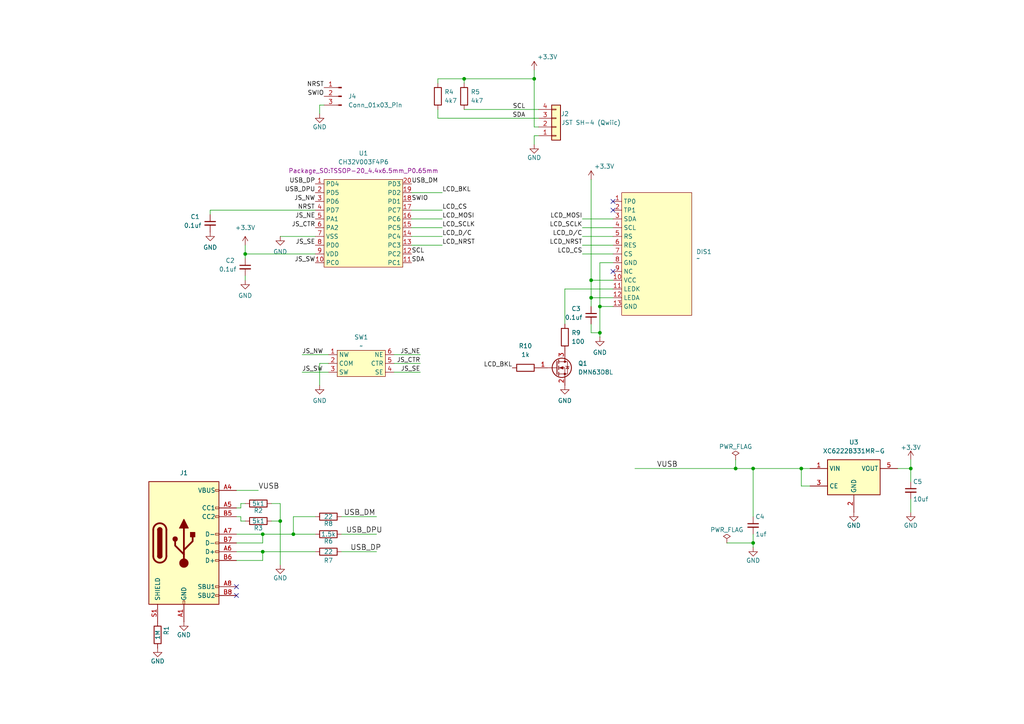
<source format=kicad_sch>
(kicad_sch (version 20231120) (generator "eeschema") (generator_version "8.0")
  (paper "A4")
  (title_block (date "2025-05-12") (rev "V0.2"))
  (lib_symbols
    (symbol "Connector:Conn_01x03_Pin" (pin_names (offset 1.016) hide)
      (property "Reference" "J" (at 0 5.08 0))
      (property "Value" "Conn_01x03_Pin" (at 0 -5.08 0))
      (symbol "Conn_01x03_Pin_1_1"
        (polyline (pts (xy 1.27 -2.54) (xy 0.8636 -2.54)) (stroke (width 0.1524)))
        (polyline (pts (xy 1.27 0) (xy 0.8636 0)) (stroke (width 0.1524)))
        (polyline (pts (xy 1.27 2.54) (xy 0.8636 2.54)) (stroke (width 0.1524)))
        (rectangle (start 0.8636 -2.413) (end 0 -2.667) (stroke (width 0.1524)) (fill (type outline)))
        (rectangle (start 0.8636 0.127) (end 0 -0.127) (stroke (width 0.1524)) (fill (type outline)))
        (rectangle (start 0.8636 2.667) (end 0 2.413) (stroke (width 0.1524)) (fill (type outline)))
        (pin passive line (at 5.08 2.54 180) (length 3.81) (name "Pin_1") (number "1"))
        (pin passive line (at 5.08 0 180) (length 3.81) (name "Pin_2") (number "2"))
        (pin passive line (at 5.08 -2.54 180) (length 3.81) (name "Pin_3") (number "3"))
      )
    )
    (symbol "Connector:USB_C_Receptacle_USB2.0_16P" (pin_names (offset 1.016))
      (property "Reference" "J" (at 0 22.225 0))
      (property "Value" "USB_C_Receptacle_USB2.0_16P" (at 0 19.685 0))
      (symbol "USB_C_Receptacle_USB2.0_16P_0_0"
        (rectangle (start -0.254 -17.78) (end 0.254 -16.764))
        (rectangle (start 10.16 -14.986) (end 9.144 -15.494))
        (rectangle (start 10.16 -12.446) (end 9.144 -12.954))
        (rectangle (start 10.16 -4.826) (end 9.144 -5.334))
        (rectangle (start 10.16 -2.286) (end 9.144 -2.794))
        (rectangle (start 10.16 0.254) (end 9.144 -0.254))
        (rectangle (start 10.16 2.794) (end 9.144 2.286))
        (rectangle (start 10.16 7.874) (end 9.144 7.366))
        (rectangle (start 10.16 10.414) (end 9.144 9.906))
        (rectangle (start 10.16 15.494) (end 9.144 14.986))
      )
      (symbol "USB_C_Receptacle_USB2.0_16P_0_1"
        (rectangle (start -10.16 17.78) (end 10.16 -17.78) (stroke (width 0.254)) (fill (type background)))
        (arc (start -8.89 -3.81) (mid -6.985 -5.7067) (end -5.08 -3.81) (stroke (width 0.508)))
        (arc (start -7.62 -3.81) (mid -6.985 -4.4423) (end -6.35 -3.81) (stroke (width 0.254)))
        (arc (start -7.62 -3.81) (mid -6.985 -4.4423) (end -6.35 -3.81) (stroke (width 0.254)) (fill (type outline)))
        (rectangle (start -7.62 -3.81) (end -6.35 3.81) (stroke (width 0.254)) (fill (type outline)))
        (arc (start -6.35 3.81) (mid -6.985 4.4423) (end -7.62 3.81) (stroke (width 0.254)))
        (arc (start -6.35 3.81) (mid -6.985 4.4423) (end -7.62 3.81) (stroke (width 0.254)) (fill (type outline)))
        (arc (start -5.08 3.81) (mid -6.985 5.7067) (end -8.89 3.81) (stroke (width 0.508)))
        (circle (center -2.54 1.143) (radius 0.635) (stroke (width 0.254)) (fill (type outline)))
        (circle (center 0 -5.842) (radius 1.27) (fill (type outline)))
        (polyline (pts (xy -8.89 -3.81) (xy -8.89 3.81)) (stroke (width 0.508)))
        (polyline (pts (xy -5.08 3.81) (xy -5.08 -3.81)) (stroke (width 0.508)))
        (polyline (pts (xy 0 -5.842) (xy 0 4.318)) (stroke (width 0.508)))
        (polyline (pts (xy 0 -3.302) (xy -2.54 -0.762) (xy -2.54 0.508)) (stroke (width 0.508)))
        (polyline (pts (xy 0 -2.032) (xy 2.54 0.508) (xy 2.54 1.778)) (stroke (width 0.508)))
        (polyline (pts (xy -1.27 4.318) (xy 0 6.858) (xy 1.27 4.318) (xy -1.27 4.318)) (stroke (width 0.254)) (fill (type outline)))
        (rectangle (start 1.905 1.778) (end 3.175 3.048) (stroke (width 0.254)) (fill (type outline)))
      )
      (symbol "USB_C_Receptacle_USB2.0_16P_1_1"
        (pin passive line (at 0 -22.86 90) (length 5.08) (name "GND") (number "A1"))
        (pin passive line (at 0 -22.86 90) (length 5.08) hide (name "GND") (number "A12"))
        (pin passive line (at 15.24 15.24 180) (length 5.08) (name "VBUS") (number "A4"))
        (pin bidirectional line (at 15.24 10.16 180) (length 5.08) (name "CC1") (number "A5"))
        (pin bidirectional line (at 15.24 -2.54 180) (length 5.08) (name "D+") (number "A6"))
        (pin bidirectional line (at 15.24 2.54 180) (length 5.08) (name "D-") (number "A7"))
        (pin bidirectional line (at 15.24 -12.7 180) (length 5.08) (name "SBU1") (number "A8"))
        (pin passive line (at 15.24 15.24 180) (length 5.08) hide (name "VBUS") (number "A9"))
        (pin passive line (at 0 -22.86 90) (length 5.08) hide (name "GND") (number "B1"))
        (pin passive line (at 0 -22.86 90) (length 5.08) hide (name "GND") (number "B12"))
        (pin passive line (at 15.24 15.24 180) (length 5.08) hide (name "VBUS") (number "B4"))
        (pin bidirectional line (at 15.24 7.62 180) (length 5.08) (name "CC2") (number "B5"))
        (pin bidirectional line (at 15.24 -5.08 180) (length 5.08) (name "D+") (number "B6"))
        (pin bidirectional line (at 15.24 0 180) (length 5.08) (name "D-") (number "B7"))
        (pin bidirectional line (at 15.24 -15.24 180) (length 5.08) (name "SBU2") (number "B8"))
        (pin passive line (at 15.24 15.24 180) (length 5.08) hide (name "VBUS") (number "B9"))
        (pin passive line (at -7.62 -22.86 90) (length 5.08) (name "SHIELD") (number "S1"))
      )
    )
    (symbol "Connector_Generic:Conn_01x04" (pin_names (offset 1.016) hide)
      (property "Reference" "J" (at 0 5.08 0))
      (property "Value" "Conn_01x04" (at 0 -7.62 0))
      (symbol "Conn_01x04_1_1"
        (rectangle (start -1.27 -4.953) (end 0 -5.207) (stroke (width 0.1524)))
        (rectangle (start -1.27 -2.413) (end 0 -2.667) (stroke (width 0.1524)))
        (rectangle (start -1.27 0.127) (end 0 -0.127) (stroke (width 0.1524)))
        (rectangle (start -1.27 2.667) (end 0 2.413) (stroke (width 0.1524)))
        (rectangle (start -1.27 3.81) (end 1.27 -6.35) (stroke (width 0.254)) (fill (type background)))
        (pin passive line (at -5.08 2.54 0) (length 3.81) (name "Pin_1") (number "1"))
        (pin passive line (at -5.08 0 0) (length 3.81) (name "Pin_2") (number "2"))
        (pin passive line (at -5.08 -2.54 0) (length 3.81) (name "Pin_3") (number "3"))
        (pin passive line (at -5.08 -5.08 0) (length 3.81) (name "Pin_4") (number "4"))
      )
    )
    (symbol "Device:C_Small" (pin_numbers hide) (pin_names (offset 0.254) hide)
      (property "Reference" "C" (at 0.254 1.778 0))
      (property "Value" "C_Small" (at 0.254 -2.032 0))
      (symbol "C_Small_0_1"
        (polyline (pts (xy -1.524 -0.508) (xy 1.524 -0.508)) (stroke (width 0.3302)))
        (polyline (pts (xy -1.524 0.508) (xy 1.524 0.508)) (stroke (width 0.3048)))
      )
      (symbol "C_Small_1_1"
        (pin passive line (at 0 2.54 270) (length 2.032) (name "~") (number "1"))
        (pin passive line (at 0 -2.54 90) (length 2.032) (name "~") (number "2"))
      )
    )
    (symbol "Device:Q_NMOS_GSD" (pin_names (offset 0) hide)
      (property "Reference" "Q" (at 5.08 1.27 0))
      (property "Value" "Q_NMOS_GSD" (at 5.08 -1.27 0))
      (symbol "Q_NMOS_GSD_0_1"
        (polyline (pts (xy 0.254 0) (xy -2.54 0)))
        (polyline (pts (xy 0.254 1.905) (xy 0.254 -1.905)) (stroke (width 0.254)))
        (polyline (pts (xy 0.762 -1.27) (xy 0.762 -2.286)) (stroke (width 0.254)))
        (polyline (pts (xy 0.762 0.508) (xy 0.762 -0.508)) (stroke (width 0.254)))
        (polyline (pts (xy 0.762 2.286) (xy 0.762 1.27)) (stroke (width 0.254)))
        (polyline (pts (xy 2.54 2.54) (xy 2.54 1.778)))
        (polyline (pts (xy 2.54 -2.54) (xy 2.54 0) (xy 0.762 0)))
        (polyline (pts (xy 0.762 -1.778) (xy 3.302 -1.778) (xy 3.302 1.778) (xy 0.762 1.778)))
        (polyline (pts (xy 1.016 0) (xy 2.032 0.381) (xy 2.032 -0.381) (xy 1.016 0)) (fill (type outline)))
        (polyline (pts (xy 2.794 0.508) (xy 2.921 0.381) (xy 3.683 0.381) (xy 3.81 0.254)))
        (polyline (pts (xy 3.302 0.381) (xy 2.921 -0.254) (xy 3.683 -0.254) (xy 3.302 0.381)))
        (circle (center 1.651 0) (radius 2.794) (stroke (width 0.254)))
        (circle (center 2.54 -1.778) (radius 0.254) (fill (type outline)))
        (circle (center 2.54 1.778) (radius 0.254) (fill (type outline)))
      )
      (symbol "Q_NMOS_GSD_1_1"
        (pin input line (at -5.08 0 0) (length 2.54) (name "G") (number "1"))
        (pin passive line (at 2.54 -5.08 90) (length 2.54) (name "S") (number "2"))
        (pin passive line (at 2.54 5.08 270) (length 2.54) (name "D") (number "3"))
      )
    )
    (symbol "Device:R" (pin_numbers hide) (pin_names (offset 0))
      (property "Reference" "R" (at 2.032 0 90))
      (property "Value" "R" (at 0 0 90))
      (symbol "R_0_1"
        (rectangle (start -1.016 -2.54) (end 1.016 2.54) (stroke (width 0.254)))
      )
      (symbol "R_1_1"
        (pin passive line (at 0 3.81 270) (length 1.27) (name "~") (number "1"))
        (pin passive line (at 0 -3.81 90) (length 1.27) (name "~") (number "2"))
      )
    )
    (symbol "EMEB:0.96_IPS_TFT_LCD"
      (property "Reference" "DIS" (at 0 0 0))
      (symbol "0.96_IPS_TFT_LCD_1_1"
        (rectangle (start -10.16 17.78) (end 10.16 -17.78) (fill (type background)))
        (pin passive line (at -12.7 15.24 0) (length 2.54) (name "TP0") (number "1"))
        (pin power_in line (at -12.7 -7.62 0) (length 2.54) (name "VCC") (number "10"))
        (pin passive line (at -12.7 -10.16 0) (length 2.54) (name "LEDK") (number "11"))
        (pin passive line (at -12.7 -12.7 0) (length 2.54) (name "LEDA") (number "12"))
        (pin power_in line (at -12.7 -15.24 0) (length 2.54) (name "GND") (number "13"))
        (pin passive line (at -12.7 12.7 0) (length 2.54) (name "TP1") (number "2"))
        (pin input line (at -12.7 10.16 0) (length 2.54) (name "SDA") (number "3"))
        (pin input line (at -12.7 7.62 0) (length 2.54) (name "SCL") (number "4"))
        (pin input line (at -12.7 5.08 0) (length 2.54) (name "RS") (number "5"))
        (pin input line (at -12.7 2.54 0) (length 2.54) (name "RES") (number "6"))
        (pin input line (at -12.7 0 0) (length 2.54) (name "CS") (number "7"))
        (pin power_in line (at -12.7 -2.54 0) (length 2.54) (name "GND") (number "8"))
        (pin passive line (at -12.7 -5.08 0) (length 2.54) (name "NC") (number "9"))
      )
    )
    (symbol "EMEB:CH32V003F4P6"
      (property "Reference" "U" (at 0 -2.54 0))
      (property "Value" "CH32V003F4P6" (at 0 0 0))
      (property "Footprint" "Package_SO:TSSOP-20_4.4x5mm_P0.5mm" (at 0 -16.51 0))
      (symbol "CH32V003F4P6_0_1"
        (rectangle (start -11.43 12.7) (end 11.43 -12.7) (fill (type background)))
      )
      (symbol "CH32V003F4P6_1_1"
        (pin bidirectional line (at -13.97 11.43 0) (length 2.54) (name "PD4") (number "1"))
        (pin bidirectional line (at -13.97 -11.43 0) (length 2.54) (name "PC0") (number "10"))
        (pin bidirectional line (at 13.97 -11.43 180) (length 2.54) (name "PC1") (number "11"))
        (pin bidirectional line (at 13.97 -8.89 180) (length 2.54) (name "PC2") (number "12"))
        (pin bidirectional line (at 13.97 -6.35 180) (length 2.54) (name "PC3") (number "13"))
        (pin bidirectional line (at 13.97 -3.81 180) (length 2.54) (name "PC4") (number "14"))
        (pin bidirectional line (at 13.97 -1.27 180) (length 2.54) (name "PC5") (number "15"))
        (pin bidirectional line (at 13.97 1.27 180) (length 2.54) (name "PC6") (number "16"))
        (pin bidirectional line (at 13.97 3.81 180) (length 2.54) (name "PC7") (number "17"))
        (pin bidirectional line (at 13.97 6.35 180) (length 2.54) (name "PD1") (number "18"))
        (pin bidirectional line (at 13.97 8.89 180) (length 2.54) (name "PD2") (number "19"))
        (pin bidirectional line (at -13.97 8.89 0) (length 2.54) (name "PD5") (number "2"))
        (pin bidirectional line (at 13.97 11.43 180) (length 2.54) (name "PD3") (number "20"))
        (pin bidirectional line (at -13.97 6.35 0) (length 2.54) (name "PD6") (number "3"))
        (pin bidirectional line (at -13.97 3.81 0) (length 2.54) (name "PD7") (number "4"))
        (pin bidirectional line (at -13.97 1.27 0) (length 2.54) (name "PA1") (number "5"))
        (pin bidirectional line (at -13.97 -1.27 0) (length 2.54) (name "PA2") (number "6"))
        (pin power_in line (at -13.97 -3.81 0) (length 2.54) (name "VSS") (number "7"))
        (pin bidirectional line (at -13.97 -6.35 0) (length 2.54) (name "PD0") (number "8"))
        (pin power_in line (at -13.97 -8.89 0) (length 2.54) (name "VDD") (number "9"))
      )
    )
    (symbol "EMEB:nav_5way"
      (property "Reference" "SW" (at -0.254 5.334 0))
      (symbol "nav_5way_1_1"
        (rectangle (start -7.62 3.81) (end 6.35 -3.81) (fill (type background)))
        (pin passive line (at -10.16 2.54 0) (length 2.54) (name "NW") (number "1"))
        (pin passive line (at -10.16 0 0) (length 2.54) (name "COM") (number "2"))
        (pin passive line (at -10.16 -2.54 0) (length 2.54) (name "SW") (number "3"))
        (pin passive line (at 8.89 -2.54 180) (length 2.54) (name "SE") (number "4"))
        (pin passive line (at 8.89 0 180) (length 2.54) (name "CTR") (number "5"))
        (pin passive line (at 8.89 2.54 180) (length 2.54) (name "NE") (number "6"))
      )
    )
    (symbol "Regulator_Linear:XC6210B332MR"
      (property "Reference" "U" (at 0 8.89 0))
      (property "Value" "XC6210B332MR" (at 0 6.35 0))
      (symbol "XC6210B332MR_0_1"
        (rectangle (start -7.62 5.08) (end 7.62 -5.08) (stroke (width 0.254)) (fill (type background)))
      )
      (symbol "XC6210B332MR_1_1"
        (pin power_in line (at -12.7 2.54 0) (length 5.08) (name "VIN") (number "1"))
        (pin power_in line (at 0 -10.16 90) (length 5.08) (name "GND") (number "2"))
        (pin input line (at -12.7 -2.54 0) (length 5.08) (name "CE") (number "3"))
        (pin no_connect line (at 7.62 -2.54 180) (length 5.08) hide (name "NC") (number "4"))
        (pin power_out line (at 12.7 2.54 180) (length 5.08) (name "VOUT") (number "5"))
      )
    )
    (symbol "power:+3.3V" (power) (pin_numbers hide) (pin_names (offset 0) hide)
      (property "Value" "+3.3V" (at 0 3.556 0))
      (symbol "+3.3V_0_1"
        (polyline (pts (xy -0.762 1.27) (xy 0 2.54)))
        (polyline (pts (xy 0 0) (xy 0 2.54)))
        (polyline (pts (xy 0 2.54) (xy 0.762 1.27)))
      )
      (symbol "+3.3V_1_1"
        (pin power_in line (at 0 0 90) (length 0) (name "~") (number "1"))
      )
    )
    (symbol "power:GND" (power) (pin_numbers hide) (pin_names (offset 0) hide)
      (property "Value" "GND" (at 0 -3.81 0))
      (symbol "GND_0_1"
        (polyline (pts (xy 0 0) (xy 0 -1.27) (xy 1.27 -1.27) (xy 0 -2.54) (xy -1.27 -1.27) (xy 0 -1.27)))
      )
      (symbol "GND_1_1"
        (pin power_in line (at 0 0 270) (length 0) (name "~") (number "1"))
      )
    )
    (symbol "power:PWR_FLAG" (power) (pin_numbers hide) (pin_names (offset 0) hide)
      (property "Value" "PWR_FLAG" (at 0 3.81 0))
      (symbol "PWR_FLAG_0_0"
        (pin power_out line (at 0 0 90) (length 0) (name "~") (number "1"))
      )
      (symbol "PWR_FLAG_0_1"
        (polyline (pts (xy 0 0) (xy 0 1.27) (xy -1.016 1.905) (xy 0 2.54) (xy 1.016 1.905) (xy 0 1.27)))
      )
    )
  )
  (junction (at 76.2 160.02))
  (junction (at 218.44 135.89))
  (junction (at 81.28 151.13))
  (junction (at 232.41 135.89))
  (junction (at 173.99 88.9))
  (junction (at 264.16 135.89))
  (junction (at 218.44 157.48))
  (junction (at 171.45 86.36))
  (junction (at 85.09 154.94))
  (junction (at 76.2 154.94))
  (junction (at 171.45 81.28))
  (junction (at 154.94 22.86))
  (junction (at 71.12 73.66))
  (junction (at 213.36 135.89))
  (junction (at 134.62 22.86))
  (junction (at 173.99 96.52))
  (no_connect (at 68.58 172.72))
  (no_connect (at 177.8 78.74))
  (no_connect (at 177.8 58.42))
  (no_connect (at 177.8 60.96))
  (no_connect (at 68.58 170.18))
  (wire (pts (xy 171.45 81.28) (xy 171.45 52.07)))
  (wire (pts (xy 71.12 73.66) (xy 71.12 74.93)))
  (wire (pts (xy 114.3 105.41) (xy 121.92 105.41)))
  (wire (pts (xy 91.44 60.96) (xy 60.96 60.96)))
  (wire (pts (xy 168.91 73.66) (xy 177.8 73.66)))
  (wire (pts (xy 68.58 154.94) (xy 76.2 154.94)))
  (wire (pts (xy 99.06 160.02) (xy 109.22 160.02)))
  (wire (pts (xy 173.99 96.52) (xy 173.99 97.79)))
  (wire (pts (xy 87.63 107.95) (xy 95.25 107.95)))
  (wire (pts (xy 69.85 151.13) (xy 71.12 151.13)))
  (wire (pts (xy 69.85 146.05) (xy 71.12 146.05)))
  (wire (pts (xy 134.62 22.86) (xy 134.62 24.13)))
  (wire (pts (xy 81.28 146.05) (xy 81.28 151.13)))
  (wire (pts (xy 213.36 135.89) (xy 218.44 135.89)))
  (wire (pts (xy 154.94 36.83) (xy 154.94 22.86)))
  (wire (pts (xy 71.12 71.12) (xy 71.12 73.66)))
  (wire (pts (xy 85.09 149.86) (xy 91.44 149.86)))
  (wire (pts (xy 264.16 133.35) (xy 264.16 135.89)))
  (wire (pts (xy 128.27 63.5) (xy 119.38 63.5)))
  (wire (pts (xy 69.85 147.32) (xy 69.85 146.05)))
  (wire (pts (xy 232.41 135.89) (xy 234.95 135.89)))
  (wire (pts (xy 264.16 135.89) (xy 264.16 139.7)))
  (wire (pts (xy 260.35 135.89) (xy 264.16 135.89)))
  (wire (pts (xy 184.15 135.89) (xy 213.36 135.89)))
  (wire (pts (xy 134.62 31.75) (xy 156.21 31.75)))
  (wire (pts (xy 177.8 86.36) (xy 171.45 86.36)))
  (wire (pts (xy 68.58 149.86) (xy 69.85 149.86)))
  (wire (pts (xy 154.94 41.91) (xy 154.94 39.37)))
  (wire (pts (xy 91.44 73.66) (xy 71.12 73.66)))
  (wire (pts (xy 76.2 162.56) (xy 76.2 160.02)))
  (wire (pts (xy 78.74 151.13) (xy 81.28 151.13)))
  (wire (pts (xy 213.36 133.35) (xy 213.36 135.89)))
  (wire (pts (xy 171.45 96.52) (xy 173.99 96.52)))
  (wire (pts (xy 68.58 157.48) (xy 76.2 157.48)))
  (wire (pts (xy 127 22.86) (xy 127 24.13)))
  (wire (pts (xy 218.44 135.89) (xy 218.44 149.86)))
  (wire (pts (xy 99.06 154.94) (xy 109.22 154.94)))
  (wire (pts (xy 171.45 96.52) (xy 171.45 93.98)))
  (wire (pts (xy 68.58 142.24) (xy 74.93 142.24)))
  (wire (pts (xy 78.74 146.05) (xy 81.28 146.05)))
  (wire (pts (xy 218.44 135.89) (xy 232.41 135.89)))
  (wire (pts (xy 134.62 22.86) (xy 127 22.86)))
  (wire (pts (xy 232.41 135.89) (xy 232.41 140.97)))
  (wire (pts (xy 114.3 107.95) (xy 121.92 107.95)))
  (wire (pts (xy 87.63 102.87) (xy 95.25 102.87)))
  (wire (pts (xy 76.2 157.48) (xy 76.2 154.94)))
  (wire (pts (xy 127 34.29) (xy 127 31.75)))
  (wire (pts (xy 168.91 66.04) (xy 177.8 66.04)))
  (wire (pts (xy 85.09 154.94) (xy 91.44 154.94)))
  (wire (pts (xy 95.25 105.41) (xy 92.71 105.41)))
  (wire (pts (xy 60.96 60.96) (xy 60.96 62.23)))
  (wire (pts (xy 171.45 81.28) (xy 177.8 81.28)))
  (wire (pts (xy 177.8 76.2) (xy 173.99 76.2)))
  (wire (pts (xy 99.06 149.86) (xy 109.22 149.86)))
  (wire (pts (xy 114.3 102.87) (xy 121.92 102.87)))
  (wire (pts (xy 168.91 68.58) (xy 177.8 68.58)))
  (wire (pts (xy 81.28 151.13) (xy 81.28 163.83)))
  (wire (pts (xy 85.09 149.86) (xy 85.09 154.94)))
  (wire (pts (xy 68.58 147.32) (xy 69.85 147.32)))
  (wire (pts (xy 171.45 86.36) (xy 171.45 81.28)))
  (wire (pts (xy 128.27 68.58) (xy 119.38 68.58)))
  (wire (pts (xy 210.82 157.48) (xy 218.44 157.48)))
  (wire (pts (xy 81.28 68.58) (xy 91.44 68.58)))
  (wire (pts (xy 127 34.29) (xy 156.21 34.29)))
  (wire (pts (xy 218.44 154.94) (xy 218.44 157.48)))
  (wire (pts (xy 264.16 144.78) (xy 264.16 148.59)))
  (wire (pts (xy 234.95 140.97) (xy 232.41 140.97)))
  (wire (pts (xy 173.99 88.9) (xy 177.8 88.9)))
  (wire (pts (xy 71.12 80.01) (xy 71.12 81.28)))
  (wire (pts (xy 92.71 33.02) (xy 92.71 30.48)))
  (wire (pts (xy 173.99 76.2) (xy 173.99 88.9)))
  (wire (pts (xy 92.71 30.48) (xy 93.98 30.48)))
  (wire (pts (xy 76.2 154.94) (xy 85.09 154.94)))
  (wire (pts (xy 92.71 105.41) (xy 92.71 111.76)))
  (wire (pts (xy 68.58 160.02) (xy 76.2 160.02)))
  (wire (pts (xy 173.99 88.9) (xy 173.99 96.52)))
  (wire (pts (xy 134.62 22.86) (xy 154.94 22.86)))
  (wire (pts (xy 154.94 22.86) (xy 154.94 20.32)))
  (wire (pts (xy 128.27 66.04) (xy 119.38 66.04)))
  (wire (pts (xy 177.8 83.82) (xy 163.83 83.82)))
  (wire (pts (xy 76.2 160.02) (xy 91.44 160.02)))
  (wire (pts (xy 171.45 86.36) (xy 171.45 88.9)))
  (wire (pts (xy 128.27 71.12) (xy 119.38 71.12)))
  (wire (pts (xy 163.83 83.82) (xy 163.83 93.98)))
  (wire (pts (xy 168.91 63.5) (xy 177.8 63.5)))
  (wire (pts (xy 128.27 55.88) (xy 119.38 55.88)))
  (wire (pts (xy 69.85 149.86) (xy 69.85 151.13)))
  (wire (pts (xy 218.44 157.48) (xy 218.44 158.75)))
  (wire (pts (xy 168.91 71.12) (xy 177.8 71.12)))
  (wire (pts (xy 128.27 60.96) (xy 119.38 60.96)))
  (wire (pts (xy 68.58 162.56) (xy 76.2 162.56)))
  (wire (pts (xy 154.94 39.37) (xy 156.21 39.37)))
  (wire (pts (xy 156.21 36.83) (xy 154.94 36.83)))
  (label "JS_NW" (at 87.63 102.87 0))
  (label "LCD_D{slash}C" (at 168.91 68.58 180))
  (label "SCL" (at 119.38 73.66 0))
  (label "JS_SE" (at 91.44 71.12 180))
  (label "LCD_NRST" (at 168.91 71.12 180))
  (label "LCD_MOSI" (at 128.27 63.5 0))
  (label "SWIO" (at 93.98 27.94 180))
  (label "NRST" (at 86.36 60.96 0))
  (label "VUSB" (at 190.5 135.89 0) (effects (font (size 1.524 1.524))))
  (label "USB_DM" (at 99.695 149.86 0) (effects (font (size 1.524 1.524))))
  (label "USB_DM" (at 119.38 53.34 0))
  (label "LCD_BKL" (at 128.27 55.88 0))
  (label "JS_SW" (at 91.44 76.2 180))
  (label "LCD_MOSI" (at 168.91 63.5 180))
  (label "USB_DPU" (at 100.33 154.94 0) (effects (font (size 1.524 1.524))))
  (label "LCD_CS" (at 128.27 60.96 0))
  (label "JS_CTR" (at 91.44 66.04 180))
  (label "LCD_NRST" (at 128.27 71.12 0))
  (label "JS_NE" (at 91.44 63.5 180))
  (label "LCD_SCLK" (at 128.27 66.04 0))
  (label "USB_DP" (at 101.6 160.02 0) (effects (font (size 1.524 1.524))))
  (label "LCD_SCLK" (at 168.91 66.04 180))
  (label "JS_SW" (at 87.63 107.95 0))
  (label "SDA" (at 152.4 34.29 180))
  (label "USB_DP" (at 91.44 53.34 180))
  (label "LCD_CS" (at 168.91 73.66 180))
  (label "JS_SE" (at 121.92 107.95 180))
  (label "LCD_BKL" (at 148.59 106.68 180))
  (label "SCL" (at 152.4 31.75 180))
  (label "JS_CTR" (at 121.92 105.41 180))
  (label "LCD_D{slash}C" (at 128.27 68.58 0))
  (label "JS_NE" (at 121.92 102.87 180))
  (label "USB_DPU" (at 91.44 55.88 180))
  (label "SDA" (at 119.38 76.2 0))
  (label "SWIO" (at 119.38 58.42 0))
  (label "JS_NW" (at 91.44 58.42 180))
  (label "VUSB" (at 74.93 142.24 0) (effects (font (size 1.524 1.524))))
  (label "NRST" (at 93.98 25.4 180))
  (symbol (lib_id "Connector:USB_C_Receptacle_USB2.0_16P") (at 53.34 157.48 0) (unit 1)
    (property "Reference" "J1" (at 53.34 137.16 0))
    (property "Value" "USB_C_Receptacle_USB2.0" (effects (hide yes)))
    (property "Footprint" "Connector_USB:USB_C_Receptacle_HRO_TYPE-C-31-M-12" (effects (hide yes)))
    (property "Datasheet" "https://www.usb.org/sites/default/files/documents/usb_type-c.zip" (effects (hide yes)))
    (property "Description" "USB 2.0-only 16P Type-C Receptacle connector" (effects (hide yes)))
  )
  (symbol (lib_id "power:GND") (at 53.34 180.34 0) (unit 1)
    (property "Reference" "#PWR02" (effects (hide yes)))
    (property "Value" "GND" (at 53.34 184.15 0))
    (property "Description" "Power symbol creates a global label with name \"GND\" , ground" (effects (hide yes)))
  )
  (symbol (lib_id "power:+3.3V") (at 154.94 20.32 0) (unit 1)
    (property "Reference" "#PWR011" (effects (hide yes)))
    (property "Value" "+3.3V" (at 158.75 16.51 0))
    (property "Description" "Power symbol creates a global label with name \"+3.3V\"" (effects (hide yes)))
  )
  (symbol (lib_id "Device:Q_NMOS_GSD") (at 161.29 106.68 0) (unit 1)
    (property "Reference" "Q1" (at 167.64 105.41 0) (effects (justify left)))
    (property "Value" "DMN63D8L" (at 167.64 107.95 0) (effects (justify left)))
    (property "Footprint" "Package_TO_SOT_SMD:SOT-23-3" (effects (hide yes)))
  )
  (symbol (lib_id "power:GND") (at 81.28 163.83 0) (unit 1)
    (property "Reference" "#PWR06" (effects (hide yes)))
    (property "Value" "GND" (at 81.28 167.64 0))
    (property "Description" "Power symbol creates a global label with name \"GND\" , ground" (effects (hide yes)))
  )
  (symbol (lib_id "power:GND") (at 218.44 158.75 0) (unit 1)
    (property "Reference" "#PWR013" (effects (hide yes)))
    (property "Value" "GND" (at 218.44 162.56 0))
    (property "Description" "Power symbol creates a global label with name \"GND\" , ground" (effects (hide yes)))
  )
  (symbol (lib_id "Device:C_Small") (at 171.45 91.44 0) (unit 1)
    (property "Reference" "C3" (at 165.735 89.535 0) (effects (justify left)))
    (property "Value" "0.1uf" (at 163.83 92.075 0) (effects (justify left)))
    (property "Footprint" "Capacitor_SMD:C_0603_1608Metric" (effects (hide yes)))
  )
  (symbol (lib_id "Device:R") (at 74.93 151.13 270) (unit 1)
    (property "Reference" "R3" (at 74.93 153.162 90))
    (property "Value" "5k1" (at 74.93 151.13 90))
    (property "Footprint" "Resistor_SMD:R_0603_1608Metric" (effects (hide yes)))
  )
  (symbol (lib_id "Device:C_Small") (at 218.44 152.4 0) (unit 1)
    (property "Reference" "C4" (at 219.075 149.86 0) (effects (justify left)))
    (property "Value" "1uf" (at 219.075 154.94 0) (effects (justify left)))
    (property "Footprint" "Capacitor_SMD:C_0603_1608Metric" (effects (hide yes)))
  )
  (symbol (lib_id "power:GND") (at 71.12 81.28 0) (unit 1)
    (property "Reference" "#PWR05" (effects (hide yes)))
    (property "Value" "GND" (at 71.12 85.725 0))
    (property "Description" "Power symbol creates a global label with name \"GND\" , ground" (effects (hide yes)))
  )
  (symbol (lib_id "EMEB:nav_5way") (at 105.41 105.41 0) (unit 1)
    (property "Reference" "SW1" (at 104.775 97.79 0))
    (property "Value" "~" (at 104.775 100.33 0))
    (property "Footprint" "EMEB:nav_5way" (effects (hide yes)))
  )
  (symbol (lib_id "EMEB:0.96_IPS_TFT_LCD") (at 190.5 73.66 0) (unit 1)
    (property "Reference" "DIS1" (at 201.93 73.0249 0) (effects (justify left)))
    (property "Value" "~" (at 201.93 74.93 0) (effects (justify left)))
    (property "Footprint" "EMEB:0.96_IPS_TFT_LCD" (effects (hide yes)))
  )
  (symbol (lib_id "power:+3.3V") (at 171.45 52.07 0) (unit 1)
    (property "Reference" "#PWR9" (effects (hide yes)))
    (property "Value" "+3.3V" (at 175.26 48.26 0))
    (property "Description" "Power symbol creates a global label with name \"+3.3V\"" (effects (hide yes)))
  )
  (symbol (lib_id "Connector_Generic:Conn_01x04") (at 161.29 36.83 0) (mirror x) (unit 1)
    (property "Reference" "J2" (at 163.83 33.02 0))
    (property "Value" "JST SH-4 (Qwiic)" (at 171.45 35.56 0))
    (property "Footprint" "EMEB:JST_SH_SM04B-SRSS-TB_04x1.00mm_Angled" (effects (hide yes)))
  )
  (symbol (lib_id "power:GND") (at 60.96 67.31 0) (unit 1)
    (property "Reference" "#PWR03" (effects (hide yes)))
    (property "Value" "GND" (at 60.96 71.755 0))
    (property "Description" "Power symbol creates a global label with name \"GND\" , ground" (effects (hide yes)))
  )
  (symbol (lib_id "power:GND") (at 45.72 187.96 0) (unit 1)
    (property "Reference" "#PWR01" (effects (hide yes)))
    (property "Value" "GND" (at 45.72 191.77 0))
    (property "Description" "Power symbol creates a global label with name \"GND\" , ground" (effects (hide yes)))
  )
  (symbol (lib_id "Device:R") (at 74.93 146.05 270) (unit 1)
    (property "Reference" "R2" (at 74.93 148.082 90))
    (property "Value" "5k1" (at 74.93 146.05 90))
    (property "Footprint" "Resistor_SMD:R_0603_1608Metric" (effects (hide yes)))
  )
  (symbol (lib_id "Device:C_Small") (at 71.12 77.47 0) (unit 1)
    (property "Reference" "C2" (at 65.405 75.565 0) (effects (justify left)))
    (property "Value" "0.1uf" (at 63.5 78.105 0) (effects (justify left)))
    (property "Footprint" "Capacitor_SMD:C_0603_1608Metric" (effects (hide yes)))
  )
  (symbol (lib_id "Device:R") (at 152.4 106.68 270) (unit 1)
    (property "Reference" "R10" (at 152.4 100.33 90))
    (property "Value" "1k" (at 152.4 102.87 90))
    (property "Footprint" "Resistor_SMD:R_0603_1608Metric" (effects (hide yes)))
  )
  (symbol (lib_id "Device:R") (at 127 27.94 180) (unit 1)
    (property "Reference" "R4" (at 128.905 26.67 0) (effects (justify right)))
    (property "Value" "4k7" (at 128.905 29.21 0) (effects (justify right)))
    (property "Footprint" "Resistor_SMD:R_0603_1608Metric" (effects (hide yes)))
  )
  (symbol (lib_id "EMEB:CH32V003F4P6") (at 105.41 64.77 0) (unit 1)
    (property "Reference" "U1" (at 105.41 44.45 0))
    (property "Value" "CH32V003F4P6" (at 105.41 46.99 0))
    (property "Footprint" "Package_SO:TSSOP-20_4.4x6.5mm_P0.65mm" (at 105.41 49.53 0))
  )
  (symbol (lib_id "Regulator_Linear:XC6210B332MR") (at 247.65 138.43 0) (unit 1)
    (property "Reference" "U3" (at 247.65 128.27 0))
    (property "Value" "XC6222B331MR-G" (at 247.65 130.81 0))
    (property "Footprint" "Package_TO_SOT_SMD:SOT-23-5" (effects (hide yes)))
    (property "Datasheet" "https://www.torexsemi.com/file/xc6210/XC6210.pdf" (effects (hide yes)))
  )
  (symbol (lib_id "power:PWR_FLAG") (at 210.82 157.48 0) (unit 1)
    (property "Reference" "#FLG01" (effects (hide yes)))
    (property "Value" "PWR_FLAG" (at 210.82 153.67 0))
    (property "Description" "Special symbol for telling ERC where power comes from" (effects (hide yes)))
  )
  (symbol (lib_id "power:GND") (at 247.65 148.59 0) (unit 1)
    (property "Reference" "#PWR014" (effects (hide yes)))
    (property "Value" "GND" (at 247.65 152.4 0))
    (property "Description" "Power symbol creates a global label with name \"GND\" , ground" (effects (hide yes)))
  )
  (symbol (lib_id "Device:R") (at 95.25 149.86 270) (unit 1)
    (property "Reference" "R8" (at 95.25 151.892 90))
    (property "Value" "22" (at 95.25 149.86 90))
    (property "Footprint" "Resistor_SMD:R_0603_1608Metric" (effects (hide yes)))
  )
  (symbol (lib_id "power:GND") (at 92.71 111.76 0) (unit 1)
    (property "Reference" "#PWR18" (effects (hide yes)))
    (property "Value" "GND" (at 92.71 116.205 0))
    (property "Description" "Power symbol creates a global label with name \"GND\" , ground" (effects (hide yes)))
  )
  (symbol (lib_id "Connector:Conn_01x03_Pin") (at 99.06 27.94 0) (mirror y) (unit 1)
    (property "Reference" "J4" (at 100.965 27.94 0) (effects (justify right)))
    (property "Value" "Conn_01x03_Pin" (at 100.965 30.48 0) (effects (justify right)))
    (property "Footprint" "Connector_PinHeader_2.54mm:PinHeader_1x03_P2.54mm_Vertical" (effects (hide yes)))
  )
  (symbol (lib_id "power:GND") (at 81.28 68.58 0) (unit 1)
    (property "Reference" "#PWR07" (effects (hide yes)))
    (property "Value" "GND" (at 81.28 73.025 0))
    (property "Description" "Power symbol creates a global label with name \"GND\" , ground" (effects (hide yes)))
  )
  (symbol (lib_id "power:GND") (at 154.94 41.91 0) (unit 1)
    (property "Reference" "#PWR012" (effects (hide yes)))
    (property "Value" "GND" (at 154.94 45.72 0))
    (property "Description" "Power symbol creates a global label with name \"GND\" , ground" (effects (hide yes)))
  )
  (symbol (lib_id "Device:C_Small") (at 264.16 142.24 0) (unit 1)
    (property "Reference" "C5" (at 264.795 139.7 0) (effects (justify left)))
    (property "Value" "10uf" (at 264.795 144.78 0) (effects (justify left)))
    (property "Footprint" "Capacitor_SMD:C_0805_2012Metric" (effects (hide yes)))
  )
  (symbol (lib_id "power:+3.3V") (at 71.12 71.12 0) (unit 1)
    (property "Reference" "#PWR04" (effects (hide yes)))
    (property "Value" "+3.3V" (at 71.12 66.04 0))
    (property "Description" "Power symbol creates a global label with name \"+3.3V\"" (effects (hide yes)))
  )
  (symbol (lib_id "power:GND") (at 173.99 97.79 0) (unit 1)
    (property "Reference" "#PWR8" (effects (hide yes)))
    (property "Value" "GND" (at 173.99 102.235 0))
    (property "Description" "Power symbol creates a global label with name \"GND\" , ground" (effects (hide yes)))
  )
  (symbol (lib_id "power:+3.3V") (at 264.16 133.35 0) (unit 1)
    (property "Reference" "#PWR015" (effects (hide yes)))
    (property "Value" "+3.3V" (at 264.16 129.794 0))
    (property "Description" "Power symbol creates a global label with name \"+3.3V\"" (effects (hide yes)))
  )
  (symbol (lib_id "Device:R") (at 95.25 154.94 270) (unit 1)
    (property "Reference" "R6" (at 95.25 156.972 90))
    (property "Value" "1.5k" (at 95.25 154.94 90))
    (property "Footprint" "Resistor_SMD:R_0603_1608Metric" (effects (hide yes)))
  )
  (symbol (lib_id "Device:R") (at 45.72 184.15 180) (unit 1)
    (property "Reference" "R1" (at 48.26 182.88 90))
    (property "Value" "1M" (at 45.72 184.15 90))
    (property "Footprint" "Resistor_SMD:R_0603_1608Metric" (effects (hide yes)))
  )
  (symbol (lib_id "Device:R") (at 163.83 97.79 180) (unit 1)
    (property "Reference" "R9" (at 165.735 96.52 0) (effects (justify right)))
    (property "Value" "100" (at 165.735 99.06 0) (effects (justify right)))
    (property "Footprint" "Resistor_SMD:R_0603_1608Metric" (effects (hide yes)))
  )
  (symbol (lib_id "power:GND") (at 264.16 148.59 0) (unit 1)
    (property "Reference" "#PWR016" (effects (hide yes)))
    (property "Value" "GND" (at 264.16 152.4 0))
    (property "Description" "Power symbol creates a global label with name \"GND\" , ground" (effects (hide yes)))
  )
  (symbol (lib_id "power:GND") (at 92.71 33.02 0) (unit 1)
    (property "Reference" "#PWR017" (effects (hide yes)))
    (property "Value" "GND" (at 92.71 36.83 0))
    (property "Description" "Power symbol creates a global label with name \"GND\" , ground" (effects (hide yes)))
  )
  (symbol (lib_id "Device:R") (at 134.62 27.94 180) (unit 1)
    (property "Reference" "R5" (at 136.525 26.67 0) (effects (justify right)))
    (property "Value" "4k7" (at 136.525 29.21 0) (effects (justify right)))
    (property "Footprint" "Resistor_SMD:R_0603_1608Metric" (effects (hide yes)))
  )
  (symbol (lib_id "power:PWR_FLAG") (at 213.36 133.35 0) (unit 1)
    (property "Reference" "#FLG02" (effects (hide yes)))
    (property "Value" "PWR_FLAG" (at 213.36 129.54 0))
    (property "Description" "Special symbol for telling ERC where power comes from" (effects (hide yes)))
  )
  (symbol (lib_id "Device:R") (at 95.25 160.02 270) (unit 1)
    (property "Reference" "R7" (at 95.25 162.56 90))
    (property "Value" "22" (at 95.25 160.02 90))
    (property "Footprint" "Resistor_SMD:R_0603_1608Metric" (effects (hide yes)))
  )
  (symbol (lib_id "power:GND") (at 163.83 111.76 0) (unit 1)
    (property "Reference" "#PWR10" (effects (hide yes)))
    (property "Value" "GND" (at 163.83 116.205 0))
    (property "Description" "Power symbol creates a global label with name \"GND\" , ground" (effects (hide yes)))
  )
  (symbol (lib_id "Device:C_Small") (at 60.96 64.77 0) (unit 1)
    (property "Reference" "C1" (at 55.245 62.865 0) (effects (justify left)))
    (property "Value" "0.1uf" (at 53.34 65.405 0) (effects (justify left)))
    (property "Footprint" "Capacitor_SMD:C_0603_1608Metric" (effects (hide yes)))
  )
)
</source>
